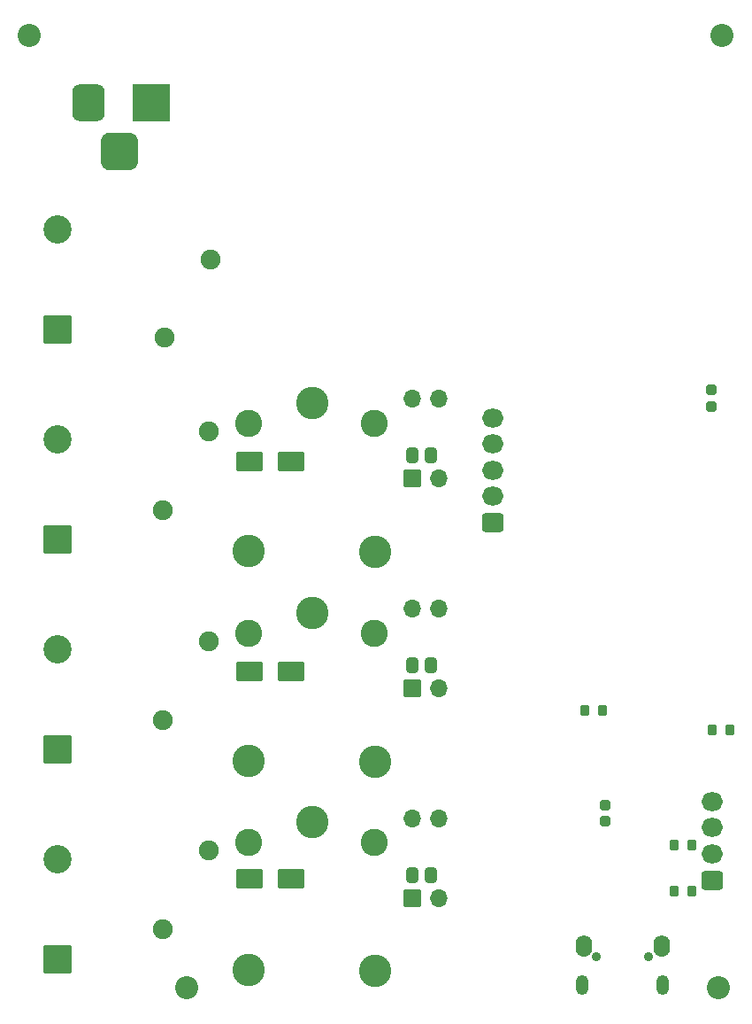
<source format=gbr>
%TF.GenerationSoftware,KiCad,Pcbnew,7.0.5*%
%TF.CreationDate,2023-07-07T20:15:01+07:00*%
%TF.ProjectId,Intership_board,496e7465-7273-4686-9970-5f626f617264,rev?*%
%TF.SameCoordinates,Original*%
%TF.FileFunction,Soldermask,Bot*%
%TF.FilePolarity,Negative*%
%FSLAX46Y46*%
G04 Gerber Fmt 4.6, Leading zero omitted, Abs format (unit mm)*
G04 Created by KiCad (PCBNEW 7.0.5) date 2023-07-07 20:15:01*
%MOMM*%
%LPD*%
G01*
G04 APERTURE LIST*
G04 Aperture macros list*
%AMRoundRect*
0 Rectangle with rounded corners*
0 $1 Rounding radius*
0 $2 $3 $4 $5 $6 $7 $8 $9 X,Y pos of 4 corners*
0 Add a 4 corners polygon primitive as box body*
4,1,4,$2,$3,$4,$5,$6,$7,$8,$9,$2,$3,0*
0 Add four circle primitives for the rounded corners*
1,1,$1+$1,$2,$3*
1,1,$1+$1,$4,$5*
1,1,$1+$1,$6,$7*
1,1,$1+$1,$8,$9*
0 Add four rect primitives between the rounded corners*
20,1,$1+$1,$2,$3,$4,$5,0*
20,1,$1+$1,$4,$5,$6,$7,0*
20,1,$1+$1,$6,$7,$8,$9,0*
20,1,$1+$1,$8,$9,$2,$3,0*%
G04 Aperture macros list end*
%ADD10C,2.201600*%
%ADD11C,3.101600*%
%ADD12C,2.601600*%
%ADD13C,1.901600*%
%ADD14RoundRect,0.050800X0.800000X-0.800000X0.800000X0.800000X-0.800000X0.800000X-0.800000X-0.800000X0*%
%ADD15O,1.701600X1.701600*%
%ADD16RoundRect,0.300800X0.725000X-0.600000X0.725000X0.600000X-0.725000X0.600000X-0.725000X-0.600000X0*%
%ADD17O,2.051600X1.801600*%
%ADD18RoundRect,0.050800X1.300000X-1.300000X1.300000X1.300000X-1.300000X1.300000X-1.300000X-1.300000X0*%
%ADD19C,2.701600*%
%ADD20RoundRect,0.050800X-1.750000X-1.750000X1.750000X-1.750000X1.750000X1.750000X-1.750000X1.750000X0*%
%ADD21RoundRect,0.800800X-0.750000X-1.000000X0.750000X-1.000000X0.750000X1.000000X-0.750000X1.000000X0*%
%ADD22RoundRect,0.925800X-0.875000X-0.875000X0.875000X-0.875000X0.875000X0.875000X-0.875000X0.875000X0*%
%ADD23O,0.901600X0.901600*%
%ADD24O,1.251600X1.901600*%
%ADD25O,1.551600X2.101600*%
%ADD26RoundRect,0.300800X1.000000X0.650000X-1.000000X0.650000X-1.000000X-0.650000X1.000000X-0.650000X0*%
%ADD27RoundRect,0.275800X-0.250000X0.225000X-0.250000X-0.225000X0.250000X-0.225000X0.250000X0.225000X0*%
%ADD28RoundRect,0.250800X-0.200000X-0.275000X0.200000X-0.275000X0.200000X0.275000X-0.200000X0.275000X0*%
%ADD29RoundRect,0.250800X0.200000X0.275000X-0.200000X0.275000X-0.200000X-0.275000X0.200000X-0.275000X0*%
%ADD30RoundRect,0.275800X0.250000X-0.225000X0.250000X0.225000X-0.250000X0.225000X-0.250000X-0.225000X0*%
%ADD31RoundRect,0.300800X0.262500X0.450000X-0.262500X0.450000X-0.262500X-0.450000X0.262500X-0.450000X0*%
G04 APERTURE END LIST*
D10*
%TO.C,H4*%
X46027000Y-144907000D03*
%TD*%
%TO.C,H3*%
X96901000Y-144907000D03*
%TD*%
D11*
%TO.C,K3*%
X58046000Y-129056368D03*
D12*
X51996000Y-131006368D03*
D11*
X51996000Y-143206368D03*
X64046000Y-143256368D03*
D12*
X63996000Y-131006368D03*
%TD*%
D13*
%TO.C,RV2*%
X43786000Y-119275368D03*
X48186000Y-111775368D03*
%TD*%
D14*
%TO.C,U6*%
X67612000Y-96144368D03*
D15*
X70152000Y-96144368D03*
X70152000Y-88524368D03*
X67612000Y-88524368D03*
%TD*%
D16*
%TO.C,J2*%
X96319000Y-134582368D03*
D17*
X96319000Y-132082368D03*
X96319000Y-129582368D03*
X96319000Y-127082368D03*
%TD*%
D18*
%TO.C,J7*%
X33708000Y-142128368D03*
D19*
X33708000Y-132608368D03*
%TD*%
D11*
%TO.C,K2*%
X58046000Y-109063368D03*
D12*
X51996000Y-111013368D03*
D11*
X51996000Y-123213368D03*
X64046000Y-123263368D03*
D12*
X63996000Y-111013368D03*
%TD*%
D11*
%TO.C,K1*%
X58046000Y-88997368D03*
D12*
X51996000Y-90947368D03*
D11*
X51996000Y-103147368D03*
X64046000Y-103197368D03*
D12*
X63996000Y-90947368D03*
%TD*%
D16*
%TO.C,J3*%
X75318000Y-100392368D03*
D17*
X75318000Y-97892368D03*
X75318000Y-95392368D03*
X75318000Y-92892368D03*
X75318000Y-90392368D03*
%TD*%
D13*
%TO.C,RV3*%
X43786000Y-139274368D03*
X48186000Y-131774368D03*
%TD*%
D20*
%TO.C,12V*%
X42629000Y-60258868D03*
D21*
X36629000Y-60258868D03*
D22*
X39629000Y-64958868D03*
%TD*%
D18*
%TO.C,J5*%
X33708000Y-101996368D03*
D19*
X33708000Y-92476368D03*
%TD*%
D14*
%TO.C,U8*%
X67612000Y-136276368D03*
D15*
X70152000Y-136276368D03*
X70152000Y-128656368D03*
X67612000Y-128656368D03*
%TD*%
D10*
%TO.C,H2*%
X97282000Y-53848000D03*
%TD*%
D14*
%TO.C,U7*%
X67612000Y-116210368D03*
D15*
X70152000Y-116210368D03*
X70152000Y-108590368D03*
X67612000Y-108590368D03*
%TD*%
D10*
%TO.C,H1*%
X30988000Y-53848000D03*
%TD*%
D13*
%TO.C,RV4*%
X48354000Y-75246368D03*
X43954000Y-82746368D03*
%TD*%
D18*
%TO.C,220V/AC*%
X33708000Y-81930368D03*
D19*
X33708000Y-72410368D03*
%TD*%
D13*
%TO.C,RV1*%
X43786000Y-99209368D03*
X48186000Y-91709368D03*
%TD*%
D23*
%TO.C,5V*%
X85245000Y-141905368D03*
X90245000Y-141905368D03*
D24*
X83870000Y-144655368D03*
D25*
X84020000Y-140855368D03*
X91470000Y-140855368D03*
D24*
X91620000Y-144655368D03*
%TD*%
D18*
%TO.C,J6*%
X33708000Y-122062368D03*
D19*
X33708000Y-112542368D03*
%TD*%
D26*
%TO.C,D5*%
X56028000Y-114683368D03*
X52028000Y-114683368D03*
%TD*%
D27*
%TO.C,C12*%
X96242800Y-87759368D03*
X96242800Y-89309368D03*
%TD*%
D28*
%TO.C,R6*%
X96345000Y-120253368D03*
X97995000Y-120253368D03*
%TD*%
D29*
%TO.C,R8*%
X94350000Y-135651368D03*
X92700000Y-135651368D03*
%TD*%
D30*
%TO.C,C16*%
X86108200Y-128984168D03*
X86108200Y-127434168D03*
%TD*%
D28*
%TO.C,R9*%
X84140200Y-118379368D03*
X85790200Y-118379368D03*
%TD*%
D26*
%TO.C,D6*%
X56028000Y-134495368D03*
X52028000Y-134495368D03*
%TD*%
%TO.C,D4*%
X56028000Y-94617368D03*
X52028000Y-94617368D03*
%TD*%
D31*
%TO.C,R12*%
X69418500Y-93982368D03*
X67593500Y-93982368D03*
%TD*%
%TO.C,R14*%
X69418500Y-114048368D03*
X67593500Y-114048368D03*
%TD*%
D29*
%TO.C,R7*%
X94350000Y-131206368D03*
X92700000Y-131206368D03*
%TD*%
D31*
%TO.C,R16*%
X69418500Y-134127368D03*
X67593500Y-134127368D03*
%TD*%
M02*

</source>
